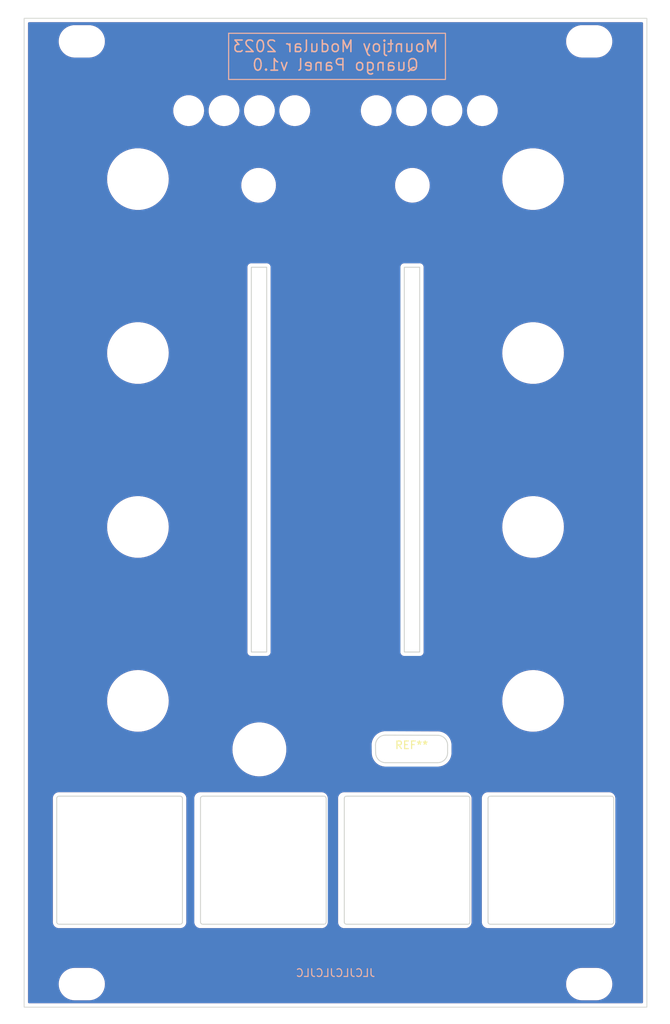
<source format=kicad_pcb>
(kicad_pcb (version 20211014) (generator pcbnew)
  (layers (0 "F.Cu" signal) (31 "B.Cu" signal) (34 "B.Paste" user) (35 "F.Paste" user) (36 "B.SilkS" user "B.Silkscreen") (37 "F.SilkS" user "F.Silkscreen") (38 "B.Mask" user) (39 "F.Mask" user) (44 "Edge.Cuts" user))
  (net 0 "")
  (footprint "Custom_Footprints:LED_Hole_3mm" (layer "F.Cu") (at 80.6 42 90)
    (fp_text reference "Ref**" hide)
    (fp_text value "Subminiature_Switch" hide)
    (pad "" np_thru_hole circle locked (at 0 0 90) (size 3 3) (drill 3) (layers *.Cu *.Mask))
  )
  (footprint "kibuzzard-646A4B84" (layer "F.Cu") (at 90.5 51.7)
    (fp_text reference "kibuzzard-646A4B84" hide)
    (fp_text value "G***" hide)
  )
  (footprint "Custom_Footprints:RJ45_Molex_42878-8506_Mounting_Hole" (layer "F.Cu") (at 62.4 139.4)
    (fp_text reference "REF**" hide)
    (fp_text value "RJ45_Molex_42878-8506_Mounting_Hole")
    (fp_line (start 7.88 -8.32) (end -7.88 -8.32) (layer "Edge.Cuts") (width 0.12))
    (fp_line (start -8.16 -8.02) (end -8.16 8.02) (layer "Edge.Cuts") (width 0.12))
    (fp_line (start 7.88 8.32) (end -7.88 8.32) (layer "Edge.Cuts") (width 0.12))
    (fp_line (start 8.19 -8.02) (end 8.19 8.02) (layer "Edge.Cuts") (width 0.12))
    (fp_arc (start -7.88 8.32) (mid -8.081749 8.227632) (end -8.16 8.02) (layer "Edge.Cuts") (width 0.12))
    (fp_arc (start -8.16 -8.02) (mid -8.081443 -8.227347) (end -7.88 -8.32) (layer "Edge.Cuts") (width 0.12))
    (fp_arc (start 7.88 -8.32) (mid 8.096588 -8.233658) (end 8.19 -8.02) (layer "Edge.Cuts") (width 0.12))
    (fp_arc (start 8.19 8.02) (mid 8.100917 8.238111) (end 7.88 8.32) (layer "Edge.Cuts") (width 0.12))
  )
  (footprint "kibuzzard-646A4AF9" (layer "F.Cu") (at 127.4 118.5)
    (fp_text reference "kibuzzard-646A4AF9" hide)
    (fp_text value "G***" hide)
  )
  (footprint "Custom_Footprints:RJ45_Molex_42878-8506_Mounting_Hole" (layer "F.Cu") (at 99.8 139.4)
    (fp_text reference "REF**" hide)
    (fp_text value "RJ45_Molex_42878-8506_Mounting_Hole")
    (fp_line (start 7.88 8.32) (end -7.88 8.32) (layer "Edge.Cuts") (width 0.12))
    (fp_line (start -8.16 -8.02) (end -8.16 8.02) (layer "Edge.Cuts") (width 0.12))
    (fp_line (start 8.19 -8.02) (end 8.19 8.02) (layer "Edge.Cuts") (width 0.12))
    (fp_line (start 7.88 -8.32) (end -7.88 -8.32) (layer "Edge.Cuts") (width 0.12))
    (fp_arc (start 7.88 -8.32) (mid 8.096588 -8.233658) (end 8.19 -8.02) (layer "Edge.Cuts") (width 0.12))
    (fp_arc (start -8.16 -8.02) (mid -8.081443 -8.227347) (end -7.88 -8.32) (layer "Edge.Cuts") (width 0.12))
    (fp_arc (start -7.88 8.32) (mid -8.081749 8.227632) (end -8.16 8.02) (layer "Edge.Cuts") (width 0.12))
    (fp_arc (start 8.19 8.02) (mid 8.100917 8.238111) (end 7.88 8.32) (layer "Edge.Cuts") (width 0.12))
  )
  (footprint "Custom_Footprints:LED_Hole_3mm" (layer "F.Cu") (at 95.8 42 90)
    (fp_text reference "Ref**" hide)
    (fp_text value "Subminiature_Switch" hide)
    (pad "" np_thru_hole circle locked (at 0 0 90) (size 3 3) (drill 3) (layers *.Cu *.Mask))
  )
  (footprint "Custom_Footprints:LED_Hole_3mm" (layer "F.Cu") (at 100.4 42 90)
    (fp_text reference "Ref**" hide)
    (fp_text value "Subminiature_Switch" hide)
    (pad "" np_thru_hole circle locked (at 0 0 90) (size 3 3) (drill 3) (layers F&B.Cu *.Mask))
  )
  (footprint "Custom_Footprints:Alpha_9mm_pot_hole" (layer "F.Cu") (at 64.8 50.9)
    (fp_text reference "Ref**" hide)
    (fp_text value "Alpha_9mm_pot_hole" hide)
    (pad "" np_thru_hole circle (at 0 0) (size 7 7) (drill 7) (layers *.Cu *.Mask))
  )
  (footprint "kibuzzard-646A4AB4" (layer "F.Cu") (at 53.6 73.7)
    (fp_text reference "kibuzzard-646A4AB4" hide)
    (fp_text value "G***" hide)
  )
  (footprint "Custom_Footprints:Oval_Mounting_Hole" (layer "F.Cu") (at 123.5 33)
    (fp_text reference "Ref**" hide)
    (fp_text value "Oval_Mounting_Hole" hide)
    (pad "" np_thru_hole oval locked (at 0 0) (size 5 3.2) (drill oval 5 3.2) (layers *.Cu *.Mask))
  )
  (footprint "kibuzzard-646A4E25" (layer "F.Cu") (at 99.8 150.2)
    (fp_text reference "kibuzzard-646A4E25" hide)
    (fp_text value "G***" hide)
  )
  (footprint "kibuzzard-646A4ADD" (layer "F.Cu") (at 127.4 73.5)
    (fp_text reference "kibuzzard-646A4ADD" hide)
    (fp_text value "G***" hide)
  )
  (footprint "Custom_Footprints:Alpha_9mm_pot_hole" (layer "F.Cu") (at 116.2 96.1)
    (fp_text reference "Ref**" hide)
    (fp_text value "Alpha_9mm_pot_hole" hide)
    (pad "" np_thru_hole circle (at 0 0) (size 7 7) (drill 7) (layers *.Cu *.Mask))
  )
  (footprint "Custom_Footprints:Thonkiconn_Socket_MountingHole_6mm" (layer "F.Cu") (at 80.6 125)
    (fp_text reference "Ref**" hide)
    (fp_text value "Thonkiconn_Socket_MountingHole_6mm")
    (pad "" np_thru_hole circle locked (at 0 0) (size 6 6) (drill 6) (layers *.Cu *.Mask))
  )
  (footprint "Custom_Footprints:Alpha_9mm_pot_hole" (layer "F.Cu") (at 64.8 118.7)
    (fp_text reference "Ref**" hide)
    (fp_text value "Alpha_9mm_pot_hole" hide)
    (pad "" np_thru_hole circle (at 0 0) (size 7 7) (drill 7) (layers *.Cu *.Mask))
  )
  (footprint "Custom_Footprints:Alpha_9mm_pot_hole" (layer "F.Cu") (at 116.2 73.5)
    (fp_text reference "Ref**" hide)
    (fp_text value "Alpha_9mm_pot_hole" hide)
    (pad "" np_thru_hole circle (at 0 0) (size 7 7) (drill 7) (layers *.Cu *.Mask))
  )
  (footprint "Custom_Footprints:LED_Hole_3mm" (layer "F.Cu") (at 71.4 42 90)
    (fp_text reference "Ref**" hide)
    (fp_text value "Subminiature_Switch" hide)
    (pad "" np_thru_hole circle locked (at 0 0 90) (size 3 3) (drill 3) (layers *.Cu *.Mask))
  )
  (footprint "kibuzzard-646A4AA7" (layer "F.Cu") (at 53.6 118.7)
    (fp_text reference "kibuzzard-646A4AA7" hide)
    (fp_text value "G***" hide)
  )
  (footprint "kibuzzard-646A4E18" (layer "F.Cu") (at 118.5 150.2)
    (fp_text reference "kibuzzard-646A4E18" hide)
    (fp_text value "G***" hide)
  )
  (footprint "Custom_Footprints:Oval_Mounting_Hole" (layer "F.Cu") (at 57.5 155.5)
    (fp_text reference "Ref**" hide)
    (fp_text value "Oval_Mounting_Hole" hide)
    (pad "" np_thru_hole oval locked (at 0 0) (size 5 3.2) (drill oval 5 3.2) (layers *.Cu *.Mask))
  )
  (footprint "Custom_Footprints:LED_Hole_3mm" (layer "F.Cu") (at 105 42 90)
    (fp_text reference "Ref**" hide)
    (fp_text value "Subminiature_Switch" hide)
    (pad "" np_thru_hole circle locked (at 0 0 90) (size 3 3) (drill 3) (layers *.Cu *.Mask))
  )
  (footprint "Custom_Footprints:Alpha_9mm_pot_hole" (layer "F.Cu") (at 116.2 50.9)
    (fp_text reference "Ref**" hide)
    (fp_text value "Alpha_9mm_pot_hole" hide)
    (pad "" np_thru_hole circle (at 0 0) (size 7 7) (drill 7) (layers *.Cu *.Mask))
  )
  (footprint "Custom_Footprints:Alpha_9mm_pot_hole" (layer "F.Cu") (at 116.2 118.7)
    (fp_text reference "Ref**" hide)
    (fp_text value "Alpha_9mm_pot_hole" hide)
    (pad "" np_thru_hole circle (at 0 0) (size 7 7) (drill 7) (layers *.Cu *.Mask))
  )
  (footprint "Custom_Footprints:Oval_Mounting_Hole" (layer "F.Cu") (at 123.5 155.5)
    (fp_text reference "Ref**" hide)
    (fp_text value "Oval_Mounting_Hole" hide)
    (pad "" np_thru_hole oval locked (at 0 0) (size 5 3.2) (drill oval 5 3.2) (layers *.Cu *.Mask))
  )
  (footprint "kibuzzard-646A4B72" (layer "F.Cu") (at 90.2 125)
    (fp_text reference "kibuzzard-646A4B72" hide)
    (fp_text value "G***" hide)
  )
  (footprint "kibuzzard-646A4AF1" (layer "F.Cu") (at 127.3 95.9)
    (fp_text reference "kibuzzard-646A4AF1" hide)
    (fp_text value "G***" hide)
  )
  (footprint "Custom_Footprints:Alpha_9mm_pot_hole" (layer "F.Cu") (at 64.8 96.1)
    (fp_text reference "Ref**" hide)
    (fp_text value "Alpha_9mm_pot_hole" hide)
    (pad "" np_thru_hole circle (at 0 0) (size 7 7) (drill 7) (layers *.Cu *.Mask))
  )
  (footprint "Custom_Footprints:USB_C_Cutout" (layer "F.Cu") (at 100.4 124.95)
    (fp_text reference "REF**" (at 0 -0.5 unlocked) (layer "F.SilkS"))
    (fp_text value "USB_C_Cutout")
    (fp_line (start -4.7 -0.5) (end -4.680761 0.480761) (layer "Edge.Cuts") (width 0.12))
    (fp_line (start 4.680761 0.480761) (end 4.680761 -0.480761) (layer "Edge.Cuts") (width 0.12))
    (fp_line (start -3.4 -1.8) (end 3.380761 -1.780761) (layer "Edge.Cuts") (width 0.12))
    (fp_line (start -3.380761 1.780761) (end 3.380761 1.780761) (layer "Edge.Cuts") (width 0.12))
    (fp_arc (start -4.7 -0.5) (mid -4.319239 -1.419239) (end -3.4 -1.8) (layer "Edge.Cuts") (width 0.12))
    (fp_arc (start -3.380761 1.780761) (mid -4.3 1.4) (end -4.680761 0.480761) (layer "Edge.Cuts") (width 0.12))
    (fp_arc (start 4.680761 0.480761) (mid 4.3 1.4) (end 3.380761 1.780761) (layer "Edge.Cuts") (width 0.12))
    (fp_arc (start 3.380761 -1.780761) (mid 4.3 -1.4) (end 4.680761 -0.480761) (layer "Edge.Cuts") (width 0.12))
  )
  (footprint "kibuzzard-646A4AAE" (layer "F.Cu") (at 53.5 96.1)
    (fp_text reference "kibuzzard-646A4AAE" hide)
    (fp_text value "G***" hide)
  )
  (footprint "Custom_Footprints:RJ45_Molex_42878-8506_Mounting_Hole" (layer "F.Cu") (at 118.5 139.4)
    (fp_text reference "REF**" hide)
    (fp_text value "RJ45_Molex_42878-8506_Mounting_Hole")
    (fp_line (start 7.88 8.32) (end -7.88 8.32) (layer "Edge.Cuts") (width 0.12))
    (fp_line (start 7.88 -8.32) (end -7.88 -8.32) (layer "Edge.Cuts") (width 0.12))
    (fp_line (start -8.16 -8.02) (end -8.16 8.02) (layer "Edge.Cuts") (width 0.12))
    (fp_line (start 8.19 -8.02) (end 8.19 8.02) (layer "Edge.Cuts") (width 0.12))
    (fp_arc (start -8.16 -8.02) (mid -8.081443 -8.227347) (end -7.88 -8.32) (layer "Edge.Cuts") (width 0.12))
    (fp_arc (start 8.19 8.02) (mid 8.100917 8.238111) (end 7.88 8.32) (layer "Edge.Cuts") (width 0.12))
    (fp_arc (start -7.88 8.32) (mid -8.081749 8.227632) (end -8.16 8.02) (layer "Edge.Cuts") (width 0.12))
    (fp_arc (start 7.88 -8.32) (mid 8.096588 -8.233658) (end 8.19 -8.02) (layer "Edge.Cuts") (width 0.12))
  )
  (footprint "kibuzzard-646A4E4E" (layer "F.Cu") (at 81.1 150.2)
    (fp_text reference "kibuzzard-646A4E4E" hide)
    (fp_text value "G***" hide)
  )
  (footprint "Custom_Footprints:Alpha_9mm_pot_hole" (layer "F.Cu") (at 64.8 73.5)
    (fp_text reference "Ref**" hide)
    (fp_text value "Alpha_9mm_pot_hole" hide)
    (pad "" np_thru_hole circle (at 0 0) (size 7 7) (drill 7) (layers *.Cu *.Mask))
  )
  (footprint "Custom_Footprints:LED_Hole_3mm" (layer "F.Cu") (at 109.6 42 90)
    (fp_text reference "Ref**" hide)
    (fp_text value "Subminiature_Switch" hide)
    (pad "" np_thru_hole circle locked (at 0 0 90) (size 3 3) (drill 3) (layers F&B.Cu *.Mask))
  )
  (footprint "Custom_Footprints:Potentiometer_Bourns_PTA4543_Slot" (layer "F.Cu") (at 82.3 58.1 -90)
    (fp_text reference "Level1" hide)
    (fp_text value "10k" hide)
    (fp_rect (start 4.25 0.75) (end 54.25 2.75) (layer "Edge.Cuts") (width 0.12) (fill none))
  )
  (footprint "Graphics:QuangoLogo" (layer "F.Cu") (at 90.5 34.55)
    (fp_text reference "G***" hide)
    (fp_text value "LOGO" hide)
  )
  (footprint "Custom_Footprints:Oval_Mounting_Hole" (layer "F.Cu") (at 57.5 33)
    (fp_text reference "Ref**" hide)
    (fp_text value "Oval_Mounting_Hole" hide)
    (pad "" np_thru_hole oval locked (at 0 0) (size 5 3.2) (drill oval 5 3.2) (layers *.Cu *.Mask))
  )
  (footprint "kibuzzard-646A4E06" (layer "F.Cu") (at 62.4 150.2)
    (fp_text reference "kibuzzard-646A4E06" hide)
    (fp_text value "G***" hide)
  )
  (footprint "kibuzzard-646A4AD3" (layer "F.Cu") (at 127.5 50.8)
    (fp_text reference "kibuzzard-646A4AD3" hide)
    (fp_text value "G***" hide)
  )
  (footprint "kibuzzard-646A4A79" (layer "F.Cu") (at 53.7 51)
    (fp_text reference "kibuzzard-646A4A79" hide)
    (fp_text value "G***" hide)
  )
  (footprint "Custom_Footprints:LED_Hole_3mm" (layer "F.Cu") (at 76 42 90)
    (fp_text reference "Ref**" hide)
    (fp_text value "Subminiature_Switch" hide)
    (pad "" np_thru_hole circle locked (at 0 0 90) (size 3 3) (drill 3) (layers F&B.Cu *.Mask))
  )
  (footprint "Custom_Footprints:Potentiometer_Bourns_PTA4543_Slot" (layer "F.Cu") (at 102.2 58.1 -90)
    (fp_text reference "Level1" hide)
    (fp_text value "10k" hide)
    (fp_rect (start 4.25 0.75) (end 54.25 2.75) (layer "Edge.Cuts") (width 0.12) (fill none))
  )
  (footprint "Custom_Footprints:LED_Hole_3mm" (layer "F.Cu") (at 85.2 42 90)
    (fp_text reference "Ref**" hide)
    (fp_text value "Subminiature_Switch" hide)
    (pad "" np_thru_hole circle locked (at 0 0 90) (size 3 3) (drill 3) (layers F&B.Cu *.Mask))
  )
  (footprint "Custom_Footprints:RJ45_Molex_42878-8506_Mounting_Hole" (layer "F.Cu") (at 81.1 139.4)
    (fp_text reference "REF**" hide)
    (fp_text value "RJ45_Molex_42878-8506_Mounting_Hole")
    (fp_line (start 7.88 -8.32) (end -7.88 -8.32) (layer "Edge.Cuts") (width 0.12))
    (fp_line (start 7.88 8.32) (end -7.88 8.32) (layer "Edge.Cuts") (width 0.12))
    (fp_line (start -8.16 -8.02) (end -8.16 8.02) (layer "Edge.Cuts") (width 0.12))
    (fp_line (start 8.19 -8.02) (end 8.19 8.02) (layer "Edge.Cuts") (width 0.12))
    (fp_arc (start 8.19 8.02) (mid 8.100917 8.238111) (end 7.88 8.32) (layer "Edge.Cuts") (width 0.12))
    (fp_arc (start -8.16 -8.02) (mid -8.081443 -8.227347) (end -7.88 -8.32) (layer "Edge.Cuts") (width 0.12))
    (fp_arc (start -7.88 8.32) (mid -8.081749 8.227632) (end -8.16 8.02) (layer "Edge.Cuts") (width 0.12))
    (fp_arc (start 7.88 -8.32) (mid 8.096588 -8.233658) (end 8.19 -8.02) (layer "Edge.Cuts") (width 0.12))
  )
  (footprint "Custom_Footprints:Small_Pushbutton_Hole_3.5mm" (layer "B.Cu") (at 80.5 51.7)
    (fp_text reference "RESET" hide)
    (fp_text value "Subminiature_Switch" hide)
    (pad "" np_thru_hole circle locked (at 0 0) (size 3.5 3.5) (drill 3.5) (layers *.Cu *.Mask))
  )
  (footprint "Custom_Footprints:Small_Pushbutton_Hole_3.5mm" (layer "B.Cu") (at 100.5 51.7)
    (fp_text reference "RESET" hide)
    (fp_text value "Subminiature_Switch" hide)
    (pad "" np_thru_hole circle locked (at 0 0) (size 3.5 3.5) (drill 3.5) (layers *.Cu *.Mask))
  )
  (gr_rect (start 104.8 37.95) (end 76.6 31.95) (layer "B.SilkS") (width 0.15) (fill none))
  (gr_rect locked (start 50 30) (end 131 158.5) (layer "Edge.Cuts") (width 0.1) (fill none))
  (gr_text "JLCJLCJLCJLC" (at 90.5 154.05) (layer "B.SilkS") (effects (font (size 1 1)) (justify mirror)))
  (gr_text "Mountjoy Modular 2023\nQuango Panel v1.0" (at 90.5 34.85) (layer "B.SilkS") (effects (font (size 1.5 1.5) (thickness 0.2)) (justify mirror)))
  (zone locked (net 0) (net_name "") (layers F&B.Cu) (connect_pads (clearance 0.508)) (min_thickness 0.254) (fill yes (thermal_gap 0.508) (thermal_bridge_width 0.508))
    (polygon (pts (xy 132 160) (xy 49 160) (xy 49 29) (xy 132 29)))
  )
)
</source>
